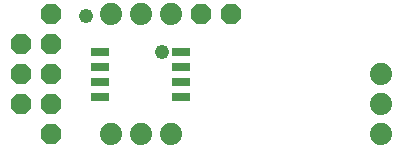
<source format=gts>
G75*
%MOIN*%
%OFA0B0*%
%FSLAX25Y25*%
%IPPOS*%
%LPD*%
%AMOC8*
5,1,8,0,0,1.08239X$1,22.5*
%
%ADD10C,0.07400*%
%ADD11R,0.06312X0.02769*%
%ADD12OC8,0.06800*%
%ADD13C,0.04800*%
D10*
X0041800Y0011800D03*
X0051800Y0011800D03*
X0061800Y0011800D03*
X0131800Y0011800D03*
X0131800Y0021800D03*
X0131800Y0031800D03*
X0061800Y0051800D03*
X0051800Y0051800D03*
X0041800Y0051800D03*
D11*
X0038398Y0039300D03*
X0038398Y0034339D03*
X0038398Y0029339D03*
X0038398Y0024339D03*
X0065202Y0024300D03*
X0065202Y0029300D03*
X0065202Y0034300D03*
X0065202Y0039300D03*
D12*
X0021800Y0011800D03*
X0021800Y0021800D03*
X0011800Y0021800D03*
X0011800Y0031800D03*
X0021800Y0031800D03*
X0021800Y0041800D03*
X0011800Y0041800D03*
X0021800Y0051800D03*
X0071800Y0051800D03*
X0081800Y0051800D03*
D13*
X0059000Y0039200D03*
X0033700Y0051300D03*
M02*

</source>
